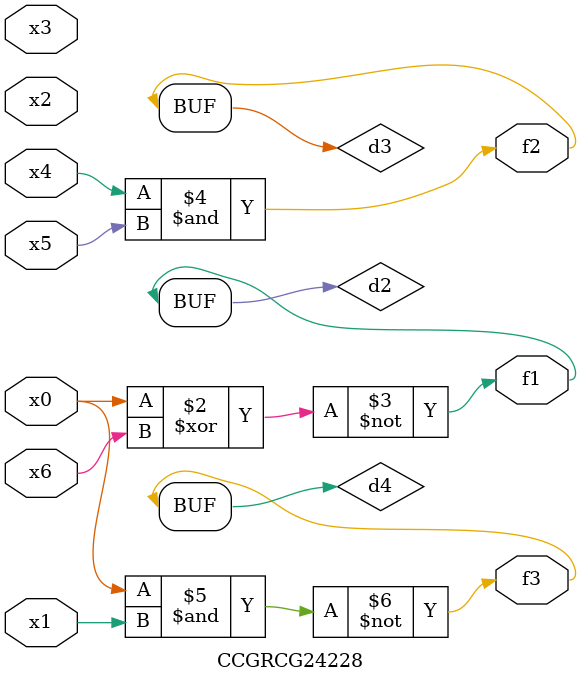
<source format=v>
module CCGRCG24228(
	input x0, x1, x2, x3, x4, x5, x6,
	output f1, f2, f3
);

	wire d1, d2, d3, d4;

	nor (d1, x0);
	xnor (d2, x0, x6);
	and (d3, x4, x5);
	nand (d4, x0, x1);
	assign f1 = d2;
	assign f2 = d3;
	assign f3 = d4;
endmodule

</source>
